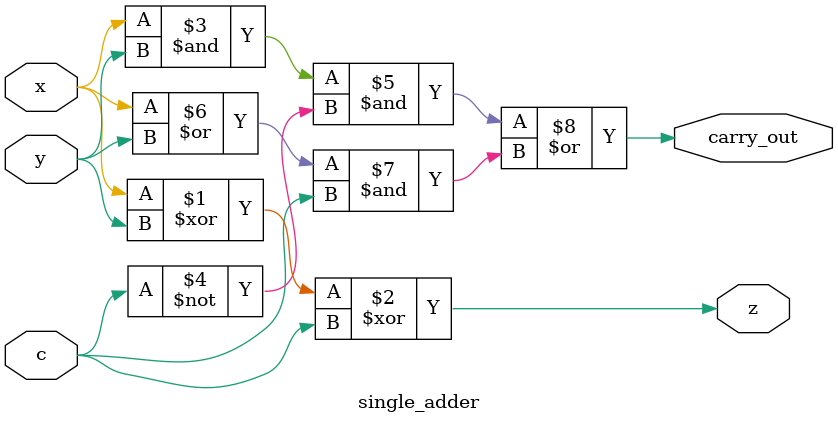
<source format=sv>
module single_adder(input x, y, c, output logic z, carry_out);
    assign z = (x ^ y) ^ c;
    assign carry_out = ((x & y) & ~c) | ((x | y) & c);
endmodule

</source>
